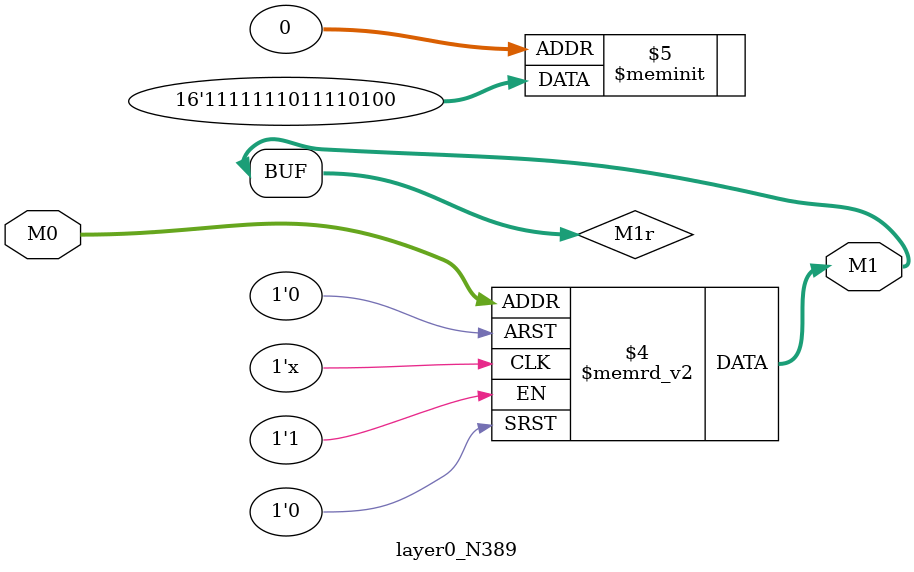
<source format=v>
module layer0_N389 ( input [2:0] M0, output [1:0] M1 );

	(*rom_style = "distributed" *) reg [1:0] M1r;
	assign M1 = M1r;
	always @ (M0) begin
		case (M0)
			3'b000: M1r = 2'b00;
			3'b100: M1r = 2'b10;
			3'b010: M1r = 2'b11;
			3'b110: M1r = 2'b11;
			3'b001: M1r = 2'b01;
			3'b101: M1r = 2'b11;
			3'b011: M1r = 2'b11;
			3'b111: M1r = 2'b11;

		endcase
	end
endmodule

</source>
